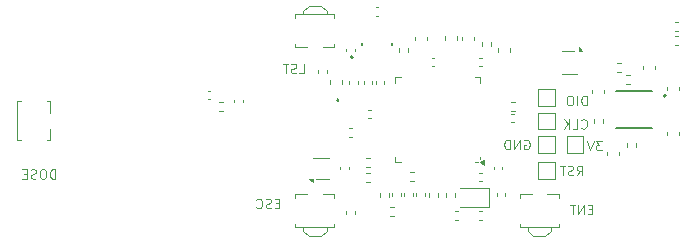
<source format=gbr>
%TF.GenerationSoftware,KiCad,Pcbnew,8.0.1*%
%TF.CreationDate,2024-10-15T00:35:35+02:00*%
%TF.ProjectId,InsuDos,496e7375-446f-4732-9e6b-696361645f70,rev?*%
%TF.SameCoordinates,Original*%
%TF.FileFunction,Legend,Bot*%
%TF.FilePolarity,Positive*%
%FSLAX46Y46*%
G04 Gerber Fmt 4.6, Leading zero omitted, Abs format (unit mm)*
G04 Created by KiCad (PCBNEW 8.0.1) date 2024-10-15 00:35:35*
%MOMM*%
%LPD*%
G01*
G04 APERTURE LIST*
%ADD10C,0.100000*%
%ADD11C,0.120000*%
%ADD12C,0.127000*%
%ADD13C,0.200000*%
%ADD14C,0.152400*%
G04 APERTURE END LIST*
D10*
X70993734Y-163646895D02*
X70993734Y-162846895D01*
X70993734Y-162846895D02*
X70803258Y-162846895D01*
X70803258Y-162846895D02*
X70688972Y-162884990D01*
X70688972Y-162884990D02*
X70612782Y-162961180D01*
X70612782Y-162961180D02*
X70574687Y-163037371D01*
X70574687Y-163037371D02*
X70536591Y-163189752D01*
X70536591Y-163189752D02*
X70536591Y-163304038D01*
X70536591Y-163304038D02*
X70574687Y-163456419D01*
X70574687Y-163456419D02*
X70612782Y-163532609D01*
X70612782Y-163532609D02*
X70688972Y-163608800D01*
X70688972Y-163608800D02*
X70803258Y-163646895D01*
X70803258Y-163646895D02*
X70993734Y-163646895D01*
X70193734Y-163646895D02*
X70193734Y-162846895D01*
X69660401Y-162846895D02*
X69508020Y-162846895D01*
X69508020Y-162846895D02*
X69431830Y-162884990D01*
X69431830Y-162884990D02*
X69355639Y-162961180D01*
X69355639Y-162961180D02*
X69317544Y-163113561D01*
X69317544Y-163113561D02*
X69317544Y-163380228D01*
X69317544Y-163380228D02*
X69355639Y-163532609D01*
X69355639Y-163532609D02*
X69431830Y-163608800D01*
X69431830Y-163608800D02*
X69508020Y-163646895D01*
X69508020Y-163646895D02*
X69660401Y-163646895D01*
X69660401Y-163646895D02*
X69736592Y-163608800D01*
X69736592Y-163608800D02*
X69812782Y-163532609D01*
X69812782Y-163532609D02*
X69850878Y-163380228D01*
X69850878Y-163380228D02*
X69850878Y-163113561D01*
X69850878Y-163113561D02*
X69812782Y-162961180D01*
X69812782Y-162961180D02*
X69736592Y-162884990D01*
X69736592Y-162884990D02*
X69660401Y-162846895D01*
X71493734Y-172477847D02*
X71227068Y-172477847D01*
X71112782Y-172896895D02*
X71493734Y-172896895D01*
X71493734Y-172896895D02*
X71493734Y-172096895D01*
X71493734Y-172096895D02*
X71112782Y-172096895D01*
X70769924Y-172896895D02*
X70769924Y-172096895D01*
X70769924Y-172096895D02*
X70312781Y-172896895D01*
X70312781Y-172896895D02*
X70312781Y-172096895D01*
X70046115Y-172096895D02*
X69588972Y-172096895D01*
X69817544Y-172896895D02*
X69817544Y-172096895D01*
X46662782Y-160946895D02*
X47043734Y-160946895D01*
X47043734Y-160946895D02*
X47043734Y-160146895D01*
X46434211Y-160908800D02*
X46319925Y-160946895D01*
X46319925Y-160946895D02*
X46129449Y-160946895D01*
X46129449Y-160946895D02*
X46053258Y-160908800D01*
X46053258Y-160908800D02*
X46015163Y-160870704D01*
X46015163Y-160870704D02*
X45977068Y-160794514D01*
X45977068Y-160794514D02*
X45977068Y-160718323D01*
X45977068Y-160718323D02*
X46015163Y-160642133D01*
X46015163Y-160642133D02*
X46053258Y-160604038D01*
X46053258Y-160604038D02*
X46129449Y-160565942D01*
X46129449Y-160565942D02*
X46281830Y-160527847D01*
X46281830Y-160527847D02*
X46358020Y-160489752D01*
X46358020Y-160489752D02*
X46396115Y-160451657D01*
X46396115Y-160451657D02*
X46434211Y-160375466D01*
X46434211Y-160375466D02*
X46434211Y-160299276D01*
X46434211Y-160299276D02*
X46396115Y-160223085D01*
X46396115Y-160223085D02*
X46358020Y-160184990D01*
X46358020Y-160184990D02*
X46281830Y-160146895D01*
X46281830Y-160146895D02*
X46091353Y-160146895D01*
X46091353Y-160146895D02*
X45977068Y-160184990D01*
X45748496Y-160146895D02*
X45291353Y-160146895D01*
X45519925Y-160946895D02*
X45519925Y-160146895D01*
X72319925Y-166696895D02*
X71824687Y-166696895D01*
X71824687Y-166696895D02*
X72091353Y-167001657D01*
X72091353Y-167001657D02*
X71977068Y-167001657D01*
X71977068Y-167001657D02*
X71900877Y-167039752D01*
X71900877Y-167039752D02*
X71862782Y-167077847D01*
X71862782Y-167077847D02*
X71824687Y-167154038D01*
X71824687Y-167154038D02*
X71824687Y-167344514D01*
X71824687Y-167344514D02*
X71862782Y-167420704D01*
X71862782Y-167420704D02*
X71900877Y-167458800D01*
X71900877Y-167458800D02*
X71977068Y-167496895D01*
X71977068Y-167496895D02*
X72205639Y-167496895D01*
X72205639Y-167496895D02*
X72281830Y-167458800D01*
X72281830Y-167458800D02*
X72319925Y-167420704D01*
X71596115Y-166696895D02*
X71329448Y-167496895D01*
X71329448Y-167496895D02*
X71062782Y-166696895D01*
X70536591Y-165570704D02*
X70574687Y-165608800D01*
X70574687Y-165608800D02*
X70688972Y-165646895D01*
X70688972Y-165646895D02*
X70765163Y-165646895D01*
X70765163Y-165646895D02*
X70879449Y-165608800D01*
X70879449Y-165608800D02*
X70955639Y-165532609D01*
X70955639Y-165532609D02*
X70993734Y-165456419D01*
X70993734Y-165456419D02*
X71031830Y-165304038D01*
X71031830Y-165304038D02*
X71031830Y-165189752D01*
X71031830Y-165189752D02*
X70993734Y-165037371D01*
X70993734Y-165037371D02*
X70955639Y-164961180D01*
X70955639Y-164961180D02*
X70879449Y-164884990D01*
X70879449Y-164884990D02*
X70765163Y-164846895D01*
X70765163Y-164846895D02*
X70688972Y-164846895D01*
X70688972Y-164846895D02*
X70574687Y-164884990D01*
X70574687Y-164884990D02*
X70536591Y-164923085D01*
X69812782Y-165646895D02*
X70193734Y-165646895D01*
X70193734Y-165646895D02*
X70193734Y-164846895D01*
X69546115Y-165646895D02*
X69546115Y-164846895D01*
X69088972Y-165646895D02*
X69431830Y-165189752D01*
X69088972Y-164846895D02*
X69546115Y-165304038D01*
X65724687Y-166634990D02*
X65800877Y-166596895D01*
X65800877Y-166596895D02*
X65915163Y-166596895D01*
X65915163Y-166596895D02*
X66029449Y-166634990D01*
X66029449Y-166634990D02*
X66105639Y-166711180D01*
X66105639Y-166711180D02*
X66143734Y-166787371D01*
X66143734Y-166787371D02*
X66181830Y-166939752D01*
X66181830Y-166939752D02*
X66181830Y-167054038D01*
X66181830Y-167054038D02*
X66143734Y-167206419D01*
X66143734Y-167206419D02*
X66105639Y-167282609D01*
X66105639Y-167282609D02*
X66029449Y-167358800D01*
X66029449Y-167358800D02*
X65915163Y-167396895D01*
X65915163Y-167396895D02*
X65838972Y-167396895D01*
X65838972Y-167396895D02*
X65724687Y-167358800D01*
X65724687Y-167358800D02*
X65686591Y-167320704D01*
X65686591Y-167320704D02*
X65686591Y-167054038D01*
X65686591Y-167054038D02*
X65838972Y-167054038D01*
X65343734Y-167396895D02*
X65343734Y-166596895D01*
X65343734Y-166596895D02*
X64886591Y-167396895D01*
X64886591Y-167396895D02*
X64886591Y-166596895D01*
X64505639Y-167396895D02*
X64505639Y-166596895D01*
X64505639Y-166596895D02*
X64315163Y-166596895D01*
X64315163Y-166596895D02*
X64200877Y-166634990D01*
X64200877Y-166634990D02*
X64124687Y-166711180D01*
X64124687Y-166711180D02*
X64086592Y-166787371D01*
X64086592Y-166787371D02*
X64048496Y-166939752D01*
X64048496Y-166939752D02*
X64048496Y-167054038D01*
X64048496Y-167054038D02*
X64086592Y-167206419D01*
X64086592Y-167206419D02*
X64124687Y-167282609D01*
X64124687Y-167282609D02*
X64200877Y-167358800D01*
X64200877Y-167358800D02*
X64315163Y-167396895D01*
X64315163Y-167396895D02*
X64505639Y-167396895D01*
X25993734Y-169896895D02*
X25993734Y-169096895D01*
X25993734Y-169096895D02*
X25803258Y-169096895D01*
X25803258Y-169096895D02*
X25688972Y-169134990D01*
X25688972Y-169134990D02*
X25612782Y-169211180D01*
X25612782Y-169211180D02*
X25574687Y-169287371D01*
X25574687Y-169287371D02*
X25536591Y-169439752D01*
X25536591Y-169439752D02*
X25536591Y-169554038D01*
X25536591Y-169554038D02*
X25574687Y-169706419D01*
X25574687Y-169706419D02*
X25612782Y-169782609D01*
X25612782Y-169782609D02*
X25688972Y-169858800D01*
X25688972Y-169858800D02*
X25803258Y-169896895D01*
X25803258Y-169896895D02*
X25993734Y-169896895D01*
X25041353Y-169096895D02*
X24888972Y-169096895D01*
X24888972Y-169096895D02*
X24812782Y-169134990D01*
X24812782Y-169134990D02*
X24736591Y-169211180D01*
X24736591Y-169211180D02*
X24698496Y-169363561D01*
X24698496Y-169363561D02*
X24698496Y-169630228D01*
X24698496Y-169630228D02*
X24736591Y-169782609D01*
X24736591Y-169782609D02*
X24812782Y-169858800D01*
X24812782Y-169858800D02*
X24888972Y-169896895D01*
X24888972Y-169896895D02*
X25041353Y-169896895D01*
X25041353Y-169896895D02*
X25117544Y-169858800D01*
X25117544Y-169858800D02*
X25193734Y-169782609D01*
X25193734Y-169782609D02*
X25231830Y-169630228D01*
X25231830Y-169630228D02*
X25231830Y-169363561D01*
X25231830Y-169363561D02*
X25193734Y-169211180D01*
X25193734Y-169211180D02*
X25117544Y-169134990D01*
X25117544Y-169134990D02*
X25041353Y-169096895D01*
X24393735Y-169858800D02*
X24279449Y-169896895D01*
X24279449Y-169896895D02*
X24088973Y-169896895D01*
X24088973Y-169896895D02*
X24012782Y-169858800D01*
X24012782Y-169858800D02*
X23974687Y-169820704D01*
X23974687Y-169820704D02*
X23936592Y-169744514D01*
X23936592Y-169744514D02*
X23936592Y-169668323D01*
X23936592Y-169668323D02*
X23974687Y-169592133D01*
X23974687Y-169592133D02*
X24012782Y-169554038D01*
X24012782Y-169554038D02*
X24088973Y-169515942D01*
X24088973Y-169515942D02*
X24241354Y-169477847D01*
X24241354Y-169477847D02*
X24317544Y-169439752D01*
X24317544Y-169439752D02*
X24355639Y-169401657D01*
X24355639Y-169401657D02*
X24393735Y-169325466D01*
X24393735Y-169325466D02*
X24393735Y-169249276D01*
X24393735Y-169249276D02*
X24355639Y-169173085D01*
X24355639Y-169173085D02*
X24317544Y-169134990D01*
X24317544Y-169134990D02*
X24241354Y-169096895D01*
X24241354Y-169096895D02*
X24050877Y-169096895D01*
X24050877Y-169096895D02*
X23936592Y-169134990D01*
X23593734Y-169477847D02*
X23327068Y-169477847D01*
X23212782Y-169896895D02*
X23593734Y-169896895D01*
X23593734Y-169896895D02*
X23593734Y-169096895D01*
X23593734Y-169096895D02*
X23212782Y-169096895D01*
X70186591Y-169596895D02*
X70453258Y-169215942D01*
X70643734Y-169596895D02*
X70643734Y-168796895D01*
X70643734Y-168796895D02*
X70338972Y-168796895D01*
X70338972Y-168796895D02*
X70262782Y-168834990D01*
X70262782Y-168834990D02*
X70224687Y-168873085D01*
X70224687Y-168873085D02*
X70186591Y-168949276D01*
X70186591Y-168949276D02*
X70186591Y-169063561D01*
X70186591Y-169063561D02*
X70224687Y-169139752D01*
X70224687Y-169139752D02*
X70262782Y-169177847D01*
X70262782Y-169177847D02*
X70338972Y-169215942D01*
X70338972Y-169215942D02*
X70643734Y-169215942D01*
X69881830Y-169558800D02*
X69767544Y-169596895D01*
X69767544Y-169596895D02*
X69577068Y-169596895D01*
X69577068Y-169596895D02*
X69500877Y-169558800D01*
X69500877Y-169558800D02*
X69462782Y-169520704D01*
X69462782Y-169520704D02*
X69424687Y-169444514D01*
X69424687Y-169444514D02*
X69424687Y-169368323D01*
X69424687Y-169368323D02*
X69462782Y-169292133D01*
X69462782Y-169292133D02*
X69500877Y-169254038D01*
X69500877Y-169254038D02*
X69577068Y-169215942D01*
X69577068Y-169215942D02*
X69729449Y-169177847D01*
X69729449Y-169177847D02*
X69805639Y-169139752D01*
X69805639Y-169139752D02*
X69843734Y-169101657D01*
X69843734Y-169101657D02*
X69881830Y-169025466D01*
X69881830Y-169025466D02*
X69881830Y-168949276D01*
X69881830Y-168949276D02*
X69843734Y-168873085D01*
X69843734Y-168873085D02*
X69805639Y-168834990D01*
X69805639Y-168834990D02*
X69729449Y-168796895D01*
X69729449Y-168796895D02*
X69538972Y-168796895D01*
X69538972Y-168796895D02*
X69424687Y-168834990D01*
X69196115Y-168796895D02*
X68738972Y-168796895D01*
X68967544Y-169596895D02*
X68967544Y-168796895D01*
X44993734Y-171977847D02*
X44727068Y-171977847D01*
X44612782Y-172396895D02*
X44993734Y-172396895D01*
X44993734Y-172396895D02*
X44993734Y-171596895D01*
X44993734Y-171596895D02*
X44612782Y-171596895D01*
X44308020Y-172358800D02*
X44193734Y-172396895D01*
X44193734Y-172396895D02*
X44003258Y-172396895D01*
X44003258Y-172396895D02*
X43927067Y-172358800D01*
X43927067Y-172358800D02*
X43888972Y-172320704D01*
X43888972Y-172320704D02*
X43850877Y-172244514D01*
X43850877Y-172244514D02*
X43850877Y-172168323D01*
X43850877Y-172168323D02*
X43888972Y-172092133D01*
X43888972Y-172092133D02*
X43927067Y-172054038D01*
X43927067Y-172054038D02*
X44003258Y-172015942D01*
X44003258Y-172015942D02*
X44155639Y-171977847D01*
X44155639Y-171977847D02*
X44231829Y-171939752D01*
X44231829Y-171939752D02*
X44269924Y-171901657D01*
X44269924Y-171901657D02*
X44308020Y-171825466D01*
X44308020Y-171825466D02*
X44308020Y-171749276D01*
X44308020Y-171749276D02*
X44269924Y-171673085D01*
X44269924Y-171673085D02*
X44231829Y-171634990D01*
X44231829Y-171634990D02*
X44155639Y-171596895D01*
X44155639Y-171596895D02*
X43965162Y-171596895D01*
X43965162Y-171596895D02*
X43850877Y-171634990D01*
X43050876Y-172320704D02*
X43088972Y-172358800D01*
X43088972Y-172358800D02*
X43203257Y-172396895D01*
X43203257Y-172396895D02*
X43279448Y-172396895D01*
X43279448Y-172396895D02*
X43393734Y-172358800D01*
X43393734Y-172358800D02*
X43469924Y-172282609D01*
X43469924Y-172282609D02*
X43508019Y-172206419D01*
X43508019Y-172206419D02*
X43546115Y-172054038D01*
X43546115Y-172054038D02*
X43546115Y-171939752D01*
X43546115Y-171939752D02*
X43508019Y-171787371D01*
X43508019Y-171787371D02*
X43469924Y-171711180D01*
X43469924Y-171711180D02*
X43393734Y-171634990D01*
X43393734Y-171634990D02*
X43279448Y-171596895D01*
X43279448Y-171596895D02*
X43203257Y-171596895D01*
X43203257Y-171596895D02*
X43088972Y-171634990D01*
X43088972Y-171634990D02*
X43050876Y-171673085D01*
D11*
%TO.C,R19*%
X56046359Y-170080000D02*
X56353641Y-170080000D01*
X56046359Y-169320000D02*
X56353641Y-169320000D01*
%TO.C,R6*%
X74420000Y-166896359D02*
X74420000Y-167203641D01*
X75180000Y-166896359D02*
X75180000Y-167203641D01*
%TO.C,C7*%
X60107836Y-172640000D02*
X59892164Y-172640000D01*
X60107836Y-173360000D02*
X59892164Y-173360000D01*
%TO.C,Y1*%
X60300000Y-172300000D02*
X62700000Y-172300000D01*
X62700000Y-170700000D02*
X60300000Y-170700000D01*
X62700000Y-172300000D02*
X62700000Y-170700000D01*
%TO.C,U1*%
X69950000Y-159060000D02*
X68900000Y-159060000D01*
X70200000Y-161040000D02*
X68900000Y-161040000D01*
X70600000Y-159060000D02*
X70320000Y-159060000D01*
X70320000Y-158780000D01*
X70600000Y-159060000D01*
G36*
X70600000Y-159060000D02*
G01*
X70320000Y-159060000D01*
X70320000Y-158780000D01*
X70600000Y-159060000D01*
G37*
%TO.C,C6*%
X49290000Y-161559420D02*
X49290000Y-161840580D01*
X50310000Y-161559420D02*
X50310000Y-161840580D01*
%TO.C,L3*%
X58990000Y-158162779D02*
X58990000Y-157837221D01*
X60010000Y-158162779D02*
X60010000Y-157837221D01*
%TO.C,R10*%
X52346359Y-168120000D02*
X52653641Y-168120000D01*
X52346359Y-168880000D02*
X52653641Y-168880000D01*
%TO.C,R7*%
X53472000Y-171423641D02*
X53472000Y-171116359D01*
X54232000Y-171423641D02*
X54232000Y-171116359D01*
%TO.C,C1*%
X60490000Y-157859420D02*
X60490000Y-158140580D01*
X61510000Y-157859420D02*
X61510000Y-158140580D01*
%TO.C,C23*%
X63140000Y-169107836D02*
X63140000Y-168892164D01*
X63860000Y-169107836D02*
X63860000Y-168892164D01*
%TO.C,R15*%
X74653641Y-161120000D02*
X74346359Y-161120000D01*
X74653641Y-161880000D02*
X74346359Y-161880000D01*
%TO.C,TP1*%
X66900000Y-164300000D02*
X68300000Y-164300000D01*
X66900000Y-165700000D02*
X66900000Y-164300000D01*
X68300000Y-164300000D02*
X68300000Y-165700000D01*
X68300000Y-165700000D02*
X66900000Y-165700000D01*
%TO.C,C16*%
X39157836Y-162440000D02*
X38942164Y-162440000D01*
X39157836Y-163160000D02*
X38942164Y-163160000D01*
%TO.C,C24*%
X62107836Y-169390000D02*
X61892164Y-169390000D01*
X62107836Y-170110000D02*
X61892164Y-170110000D01*
%TO.C,TP2*%
X66900000Y-166300000D02*
X68300000Y-166300000D01*
X66900000Y-167700000D02*
X66900000Y-166300000D01*
X68300000Y-166300000D02*
X68300000Y-167700000D01*
X68300000Y-167700000D02*
X66900000Y-167700000D01*
%TO.C,U4*%
X54790000Y-161290000D02*
X54790000Y-161765000D01*
X54790000Y-168510000D02*
X54790000Y-168035000D01*
X55265000Y-161290000D02*
X54790000Y-161290000D01*
X55265000Y-168510000D02*
X54790000Y-168510000D01*
X61535000Y-161290000D02*
X62010000Y-161290000D01*
X61770000Y-168510000D02*
X61535000Y-168510000D01*
X62010000Y-161290000D02*
X62010000Y-161765000D01*
X62010000Y-168210000D02*
X62010000Y-168035000D01*
X62340000Y-168750000D02*
X62010000Y-168510000D01*
X62340000Y-168270000D01*
X62340000Y-168750000D01*
G36*
X62340000Y-168750000D02*
G01*
X62010000Y-168510000D01*
X62340000Y-168270000D01*
X62340000Y-168750000D01*
G37*
%TO.C,C39*%
X56490000Y-158140580D02*
X56490000Y-157859420D01*
X57510000Y-158140580D02*
X57510000Y-157859420D01*
%TO.C,C25*%
X52492164Y-164040000D02*
X52707836Y-164040000D01*
X52492164Y-164760000D02*
X52707836Y-164760000D01*
%TO.C,TP3*%
X66900000Y-162300000D02*
X68300000Y-162300000D01*
X66900000Y-163700000D02*
X66900000Y-162300000D01*
X68300000Y-162300000D02*
X68300000Y-163700000D01*
X68300000Y-163700000D02*
X66900000Y-163700000D01*
%TO.C,R14*%
X64903641Y-163370000D02*
X64596359Y-163370000D01*
X64903641Y-164130000D02*
X64596359Y-164130000D01*
%TO.C,R21*%
X50620000Y-172903641D02*
X50620000Y-172596359D01*
X51380000Y-172903641D02*
X51380000Y-172596359D01*
%TO.C,C9*%
X50140000Y-169107836D02*
X50140000Y-168892164D01*
X50860000Y-169107836D02*
X50860000Y-168892164D01*
%TO.C,R22*%
X52346359Y-169370000D02*
X52653641Y-169370000D01*
X52346359Y-170130000D02*
X52653641Y-170130000D01*
%TO.C,C26*%
X58107836Y-159640000D02*
X57892164Y-159640000D01*
X58107836Y-160360000D02*
X57892164Y-160360000D01*
%TO.C,R2*%
X78446359Y-156620000D02*
X78753641Y-156620000D01*
X78446359Y-157380000D02*
X78753641Y-157380000D01*
%TO.C,TP5*%
X69300000Y-166300000D02*
X70700000Y-166300000D01*
X69300000Y-167700000D02*
X69300000Y-166300000D01*
X70700000Y-166300000D02*
X70700000Y-167700000D01*
X70700000Y-167700000D02*
X69300000Y-167700000D01*
%TO.C,SW1*%
X46350000Y-155980000D02*
X49650000Y-155980000D01*
X46350000Y-156270000D02*
X46350000Y-155980000D01*
X46350000Y-158480000D02*
X46350000Y-158770000D01*
X47000000Y-155660000D02*
X47500000Y-155280000D01*
X47000000Y-155980000D02*
X47000000Y-155660000D01*
X47350000Y-158770000D02*
X46350000Y-158770000D01*
X47500000Y-155280000D02*
X48500000Y-155280000D01*
X48650000Y-158770000D02*
X49650000Y-158770000D01*
X49000000Y-155660000D02*
X48500000Y-155280000D01*
X49000000Y-155980000D02*
X49000000Y-155660000D01*
X49650000Y-155980000D02*
X49650000Y-156270000D01*
X49650000Y-158770000D02*
X49650000Y-158480000D01*
%TO.C,C19*%
X53142164Y-155390000D02*
X53357836Y-155390000D01*
X53142164Y-156110000D02*
X53357836Y-156110000D01*
D12*
%TO.C,U3*%
X73500000Y-162425000D02*
X76500000Y-162425000D01*
X76500000Y-165575000D02*
X73500000Y-165575000D01*
D13*
X77735000Y-162875000D02*
G75*
G02*
X77535000Y-162875000I-100000J0D01*
G01*
X77535000Y-162875000D02*
G75*
G02*
X77735000Y-162875000I100000J0D01*
G01*
D11*
%TO.C,R20*%
X50846359Y-165620000D02*
X51153641Y-165620000D01*
X50846359Y-166380000D02*
X51153641Y-166380000D01*
%TO.C,C18*%
X50640000Y-158892164D02*
X50640000Y-159107836D01*
X51360000Y-158892164D02*
X51360000Y-159107836D01*
%TO.C,R13*%
X62120000Y-158653641D02*
X62120000Y-158346359D01*
X62880000Y-158653641D02*
X62880000Y-158346359D01*
%TO.C,C22*%
X63490000Y-159140580D02*
X63490000Y-158859420D01*
X64510000Y-159140580D02*
X64510000Y-158859420D01*
%TO.C,R23*%
X40203641Y-163420000D02*
X39896359Y-163420000D01*
X40203641Y-164180000D02*
X39896359Y-164180000D01*
%TO.C,TH1*%
X55120000Y-159153641D02*
X55120000Y-158846359D01*
X55880000Y-159153641D02*
X55880000Y-158846359D01*
%TO.C,C30*%
X71490000Y-162359420D02*
X71490000Y-162640580D01*
X72510000Y-162359420D02*
X72510000Y-162640580D01*
%TO.C,C27*%
X63390000Y-171357836D02*
X63390000Y-171142164D01*
X64110000Y-171357836D02*
X64110000Y-171142164D01*
%TO.C,TP4*%
X66900000Y-168500000D02*
X68300000Y-168500000D01*
X66900000Y-169900000D02*
X66900000Y-168500000D01*
X68300000Y-168500000D02*
X68300000Y-169900000D01*
X68300000Y-169900000D02*
X66900000Y-169900000D01*
%TO.C,C8*%
X61892164Y-172640000D02*
X62107836Y-172640000D01*
X61892164Y-173360000D02*
X62107836Y-173360000D01*
%TO.C,R16*%
X59120000Y-171096359D02*
X59120000Y-171403641D01*
X59880000Y-171096359D02*
X59880000Y-171403641D01*
%TO.C,C20*%
X55566000Y-171357836D02*
X55566000Y-171142164D01*
X56286000Y-171357836D02*
X56286000Y-171142164D01*
%TO.C,C21*%
X56598000Y-171357836D02*
X56598000Y-171142164D01*
X57318000Y-171357836D02*
X57318000Y-171142164D01*
%TO.C,R5*%
X71620000Y-165153641D02*
X71620000Y-164846359D01*
X72380000Y-165153641D02*
X72380000Y-164846359D01*
%TO.C,R12*%
X50870000Y-161596359D02*
X50870000Y-161903641D01*
X51630000Y-161596359D02*
X51630000Y-161903641D01*
%TO.C,C33*%
X75790000Y-160640580D02*
X75790000Y-160359420D01*
X76810000Y-160640580D02*
X76810000Y-160359420D01*
%TO.C,R18*%
X48980000Y-160646359D02*
X48980000Y-160953641D01*
X48220000Y-160646359D02*
X48220000Y-160953641D01*
%TO.C,R8*%
X54346359Y-172320000D02*
X54653641Y-172320000D01*
X54346359Y-173080000D02*
X54653641Y-173080000D01*
%TO.C,SW3*%
X22800000Y-163350000D02*
X23090000Y-163350000D01*
X22800000Y-166650000D02*
X22800000Y-163350000D01*
X23090000Y-166650000D02*
X22800000Y-166650000D01*
X25300000Y-166650000D02*
X25590000Y-166650000D01*
X25590000Y-163350000D02*
X25300000Y-163350000D01*
X25590000Y-164350000D02*
X25590000Y-163350000D01*
X25590000Y-165650000D02*
X25590000Y-166650000D01*
%TO.C,C40*%
X72740000Y-167609420D02*
X72740000Y-167890580D01*
X73760000Y-167609420D02*
X73760000Y-167890580D01*
%TO.C,SW2*%
X65350000Y-171210000D02*
X65350000Y-171500000D01*
X65350000Y-174000000D02*
X65350000Y-173710000D01*
X66000000Y-174000000D02*
X66000000Y-174320000D01*
X66000000Y-174320000D02*
X66500000Y-174700000D01*
X66350000Y-171210000D02*
X65350000Y-171210000D01*
X67500000Y-174700000D02*
X66500000Y-174700000D01*
X67650000Y-171210000D02*
X68650000Y-171210000D01*
X68000000Y-174000000D02*
X68000000Y-174320000D01*
X68000000Y-174320000D02*
X67500000Y-174700000D01*
X68650000Y-171500000D02*
X68650000Y-171210000D01*
X68650000Y-173710000D02*
X68650000Y-174000000D01*
X68650000Y-174000000D02*
X65350000Y-174000000D01*
D12*
%TO.C,Y2*%
X52000000Y-158420000D02*
X52000000Y-158580000D01*
X54500000Y-158420000D02*
X54500000Y-158580000D01*
D13*
X51225000Y-159600000D02*
G75*
G02*
X51025000Y-159600000I-100000J0D01*
G01*
X51025000Y-159600000D02*
G75*
G02*
X51225000Y-159600000I100000J0D01*
G01*
D14*
%TO.C,FL1*%
X49869210Y-163311659D02*
G75*
G02*
X49956790Y-163311659I43790J62359D01*
G01*
D11*
%TO.C,SW4*%
X46350000Y-171210000D02*
X46350000Y-171500000D01*
X46350000Y-174000000D02*
X46350000Y-173710000D01*
X47000000Y-174000000D02*
X47000000Y-174320000D01*
X47000000Y-174320000D02*
X47500000Y-174700000D01*
X47350000Y-171210000D02*
X46350000Y-171210000D01*
X48500000Y-174700000D02*
X47500000Y-174700000D01*
X48650000Y-171210000D02*
X49650000Y-171210000D01*
X49000000Y-174000000D02*
X49000000Y-174320000D01*
X49000000Y-174320000D02*
X48500000Y-174700000D01*
X49650000Y-171500000D02*
X49650000Y-171210000D01*
X49650000Y-173710000D02*
X49650000Y-174000000D01*
X49650000Y-174000000D02*
X46350000Y-174000000D01*
%TO.C,C4*%
X52140000Y-161642164D02*
X52140000Y-161857836D01*
X52860000Y-161642164D02*
X52860000Y-161857836D01*
%TO.C,C32*%
X77790000Y-162390580D02*
X77790000Y-162109420D01*
X78810000Y-162390580D02*
X78810000Y-162109420D01*
%TO.C,C34*%
X54534000Y-171357836D02*
X54534000Y-171142164D01*
X55254000Y-171357836D02*
X55254000Y-171142164D01*
%TO.C,C31*%
X77790000Y-165909420D02*
X77790000Y-166190580D01*
X78810000Y-165909420D02*
X78810000Y-166190580D01*
%TO.C,C5*%
X78707836Y-157840000D02*
X78492164Y-157840000D01*
X78707836Y-158560000D02*
X78492164Y-158560000D01*
%TO.C,U2*%
X47850000Y-168100000D02*
X49150000Y-168100000D01*
X48050000Y-169900000D02*
X49150000Y-169900000D01*
X47800000Y-170180000D02*
X47520000Y-169900000D01*
X47800000Y-169900000D01*
X47800000Y-170180000D01*
G36*
X47800000Y-170180000D02*
G01*
X47520000Y-169900000D01*
X47800000Y-169900000D01*
X47800000Y-170180000D01*
G37*
%TO.C,C36*%
X62107836Y-159640000D02*
X61892164Y-159640000D01*
X62107836Y-160360000D02*
X61892164Y-160360000D01*
%TO.C,C17*%
X41190000Y-163192164D02*
X41190000Y-163407836D01*
X41910000Y-163192164D02*
X41910000Y-163407836D01*
%TO.C,R11*%
X57620000Y-171423641D02*
X57620000Y-171116359D01*
X58380000Y-171423641D02*
X58380000Y-171116359D01*
%TO.C,C2*%
X64857836Y-164390000D02*
X64642164Y-164390000D01*
X64857836Y-165110000D02*
X64642164Y-165110000D01*
%TO.C,R17*%
X73596359Y-160120000D02*
X73903641Y-160120000D01*
X73596359Y-160880000D02*
X73903641Y-160880000D01*
%TO.C,C3*%
X53140000Y-161642164D02*
X53140000Y-161857836D01*
X53860000Y-161642164D02*
X53860000Y-161857836D01*
%TD*%
M02*

</source>
